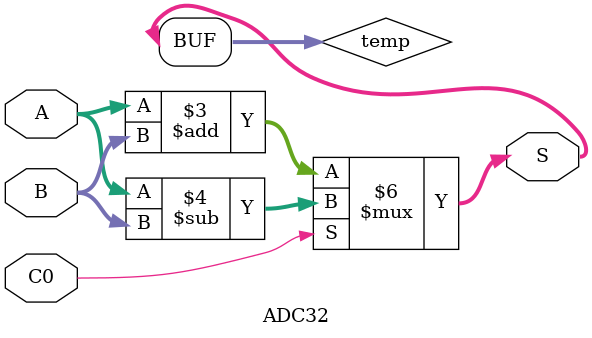
<source format=v>
`timescale 1ns / 1ps
module ADC32(input [31:0] A,
				 input [31:0] B,
				 input C0, //C0=1¼õ·¨
				 output [32:0] S
    );
reg [32:0]temp;

always@(C0 or A or B)
	begin
	if(!C0)
	temp <= A+B;
	else
	temp <= A-B;
	end

assign S = temp;	

endmodule

</source>
